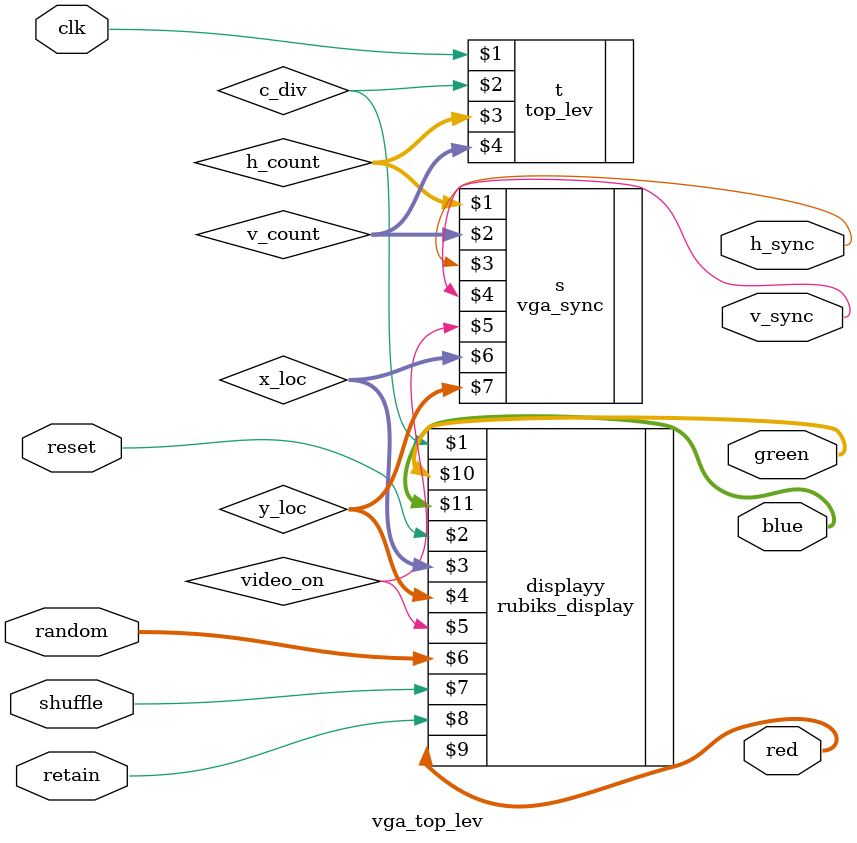
<source format=v>
`timescale 1ns / 1ps

module vga_top_lev(
    input clk,
    input reset,
    input [3:0] random, 
    input shuffle,
    input retain,
    output h_sync,
    output v_sync,
    output [3:0] red,
    output [3:0] green,
    output [3:0] blue
    );
    wire [9:0]h_count;
    wire [9:0]v_count;
    wire video_on;
    wire [9:0]x_loc;
    wire [9:0]y_loc;
    wire c_div;
    top_lev t(clk, c_div, h_count, v_count);
    vga_sync s(h_count, v_count, h_sync, v_sync, video_on, x_loc, y_loc);
    rubiks_display displayy(c_div,reset, x_loc, y_loc, video_on, random , shuffle,retain , red, green, blue);

endmodule

</source>
